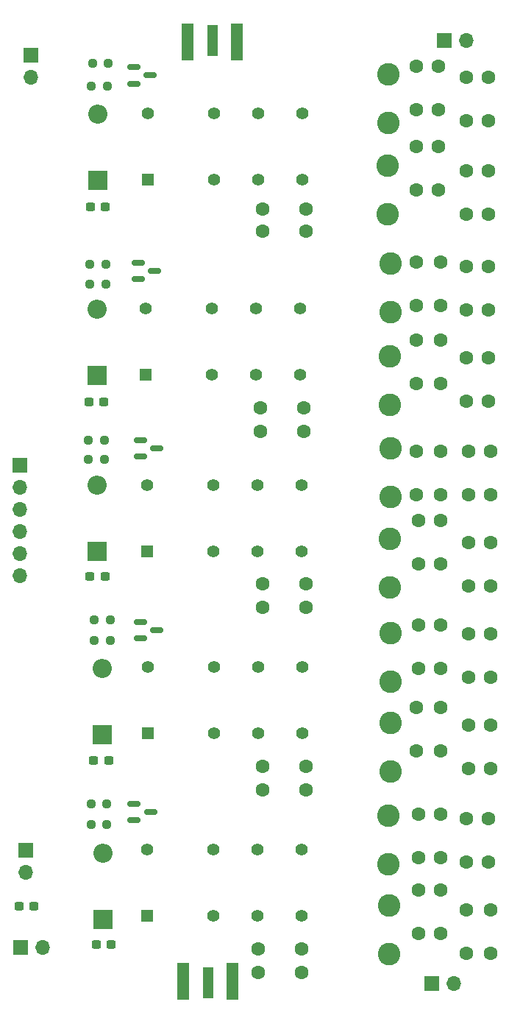
<source format=gts>
G04 #@! TF.GenerationSoftware,KiCad,Pcbnew,7.0.10*
G04 #@! TF.CreationDate,2024-03-26T16:12:50-07:00*
G04 #@! TF.ProjectId,optLowPass,6f70744c-6f77-4506-9173-732e6b696361,rev?*
G04 #@! TF.SameCoordinates,Original*
G04 #@! TF.FileFunction,Soldermask,Top*
G04 #@! TF.FilePolarity,Negative*
%FSLAX46Y46*%
G04 Gerber Fmt 4.6, Leading zero omitted, Abs format (unit mm)*
G04 Created by KiCad (PCBNEW 7.0.10) date 2024-03-26 16:12:50*
%MOMM*%
%LPD*%
G01*
G04 APERTURE LIST*
G04 Aperture macros list*
%AMRoundRect*
0 Rectangle with rounded corners*
0 $1 Rounding radius*
0 $2 $3 $4 $5 $6 $7 $8 $9 X,Y pos of 4 corners*
0 Add a 4 corners polygon primitive as box body*
4,1,4,$2,$3,$4,$5,$6,$7,$8,$9,$2,$3,0*
0 Add four circle primitives for the rounded corners*
1,1,$1+$1,$2,$3*
1,1,$1+$1,$4,$5*
1,1,$1+$1,$6,$7*
1,1,$1+$1,$8,$9*
0 Add four rect primitives between the rounded corners*
20,1,$1+$1,$2,$3,$4,$5,0*
20,1,$1+$1,$4,$5,$6,$7,0*
20,1,$1+$1,$6,$7,$8,$9,0*
20,1,$1+$1,$8,$9,$2,$3,0*%
G04 Aperture macros list end*
%ADD10C,1.600000*%
%ADD11R,2.200000X2.200000*%
%ADD12O,2.200000X2.200000*%
%ADD13RoundRect,0.150000X-0.587500X-0.150000X0.587500X-0.150000X0.587500X0.150000X-0.587500X0.150000X0*%
%ADD14RoundRect,0.237500X0.250000X0.237500X-0.250000X0.237500X-0.250000X-0.237500X0.250000X-0.237500X0*%
%ADD15R,1.700000X1.700000*%
%ADD16O,1.700000X1.700000*%
%ADD17R,1.400000X1.400000*%
%ADD18C,1.400000*%
%ADD19C,2.600000*%
%ADD20RoundRect,0.237500X0.300000X0.237500X-0.300000X0.237500X-0.300000X-0.237500X0.300000X-0.237500X0*%
%ADD21R,1.270000X3.600000*%
%ADD22R,1.350000X4.200000*%
G04 APERTURE END LIST*
D10*
X127350000Y-131250000D03*
X127350000Y-136250000D03*
X135350000Y-131750000D03*
X135350000Y-136750000D03*
X127350000Y-140000000D03*
X127350000Y-145000000D03*
X135600000Y-142250000D03*
X135600000Y-147250000D03*
X113850000Y-149500000D03*
X108850000Y-149500000D03*
X127350000Y-109500000D03*
X127350000Y-114500000D03*
X135600000Y-110500000D03*
X135600000Y-115500000D03*
X127100000Y-119000000D03*
X127100000Y-124000000D03*
X135600000Y-121000000D03*
X135600000Y-126000000D03*
X114350000Y-128500000D03*
X109350000Y-128500000D03*
X127100000Y-89500000D03*
X127100000Y-94500000D03*
X135600000Y-89500000D03*
X135600000Y-94500000D03*
X127350000Y-97500000D03*
X127350000Y-102500000D03*
X135600000Y-100000000D03*
X135600000Y-105000000D03*
X114350000Y-107500000D03*
X109350000Y-107500000D03*
X127100000Y-67750000D03*
X127100000Y-72750000D03*
X135350000Y-68250000D03*
X135350000Y-73250000D03*
X127100000Y-76750000D03*
X127100000Y-81750000D03*
X135350000Y-78750000D03*
X135350000Y-83750000D03*
X114100000Y-87250000D03*
X109100000Y-87250000D03*
X127100000Y-45250000D03*
X127100000Y-50250000D03*
X135350000Y-46500000D03*
X135350000Y-51500000D03*
X127100000Y-54500000D03*
X127100000Y-59500000D03*
X135350000Y-57250000D03*
X135350000Y-62250000D03*
X132795000Y-142250000D03*
X132795000Y-147250000D03*
X133045000Y-121000000D03*
X133045000Y-126000000D03*
X129905000Y-131250000D03*
X129905000Y-136250000D03*
X129905000Y-109500000D03*
X129905000Y-114500000D03*
X132795000Y-131750000D03*
X132795000Y-136750000D03*
X133045000Y-110500000D03*
X133045000Y-115500000D03*
X129905000Y-140000000D03*
X129905000Y-145000000D03*
X129850000Y-119000000D03*
X129850000Y-124000000D03*
X113900000Y-146800000D03*
X108900000Y-146800000D03*
X114350000Y-125750000D03*
X109350000Y-125750000D03*
X133045000Y-100000000D03*
X133045000Y-105000000D03*
X132795000Y-78750000D03*
X132795000Y-83750000D03*
X132795000Y-57250000D03*
X132795000Y-62250000D03*
X129905000Y-89500000D03*
X129905000Y-94500000D03*
X129905000Y-67750000D03*
X129905000Y-72750000D03*
X129600000Y-45250000D03*
X129600000Y-50250000D03*
X133045000Y-89500000D03*
X133045000Y-94500000D03*
X132795000Y-68250000D03*
X132795000Y-73250000D03*
X132795000Y-46500000D03*
X132795000Y-51500000D03*
X129850000Y-97500000D03*
X129850000Y-102500000D03*
X129850000Y-76750000D03*
X129850000Y-81750000D03*
X129655000Y-54500000D03*
X129655000Y-59500000D03*
X114350000Y-104750000D03*
X109350000Y-104750000D03*
X114100000Y-84500000D03*
X109100000Y-84500000D03*
X114350000Y-64250000D03*
X109350000Y-64250000D03*
X114350000Y-61700000D03*
X109350000Y-61700000D03*
D11*
X91037500Y-143410000D03*
D12*
X91037500Y-135790000D03*
D13*
X94525000Y-45350000D03*
X94525000Y-47250000D03*
X96400000Y-46300000D03*
D14*
X91325000Y-68000000D03*
X89500000Y-68000000D03*
X91612500Y-44900000D03*
X89787500Y-44900000D03*
D13*
X95325000Y-88250000D03*
X95325000Y-90150000D03*
X97200000Y-89200000D03*
D14*
X91312500Y-70300000D03*
X89487500Y-70300000D03*
D15*
X82700000Y-44025000D03*
D16*
X82700000Y-46565000D03*
D17*
X95942500Y-80762500D03*
D18*
X103562500Y-80762500D03*
X108642500Y-80762500D03*
X113722500Y-80762500D03*
X113722500Y-73142500D03*
X108642500Y-73142500D03*
X103562500Y-73142500D03*
X95942500Y-73142500D03*
D19*
X124062500Y-99600000D03*
X124062500Y-105200000D03*
D11*
X90400000Y-58410000D03*
D12*
X90400000Y-50790000D03*
D15*
X82100000Y-135400000D03*
D16*
X82100000Y-137940000D03*
D20*
X83062500Y-141900000D03*
X81337500Y-141900000D03*
D17*
X96142500Y-121962500D03*
D18*
X103762500Y-121962500D03*
X108842500Y-121962500D03*
X113922500Y-121962500D03*
X113922500Y-114342500D03*
X108842500Y-114342500D03*
X103762500Y-114342500D03*
X96142500Y-114342500D03*
D19*
X123850000Y-131450000D03*
X123850000Y-137050000D03*
D13*
X95325000Y-109150000D03*
X95325000Y-111050000D03*
X97200000Y-110100000D03*
D14*
X91175000Y-88300000D03*
X89350000Y-88300000D03*
D17*
X96062500Y-101020000D03*
D18*
X103682500Y-101020000D03*
X108762500Y-101020000D03*
X113842500Y-101020000D03*
X113842500Y-93400000D03*
X108762500Y-93400000D03*
X103682500Y-93400000D03*
X96062500Y-93400000D03*
D20*
X91937500Y-146300000D03*
X90212500Y-146300000D03*
D17*
X96142500Y-58262500D03*
D18*
X103762500Y-58262500D03*
X108842500Y-58262500D03*
X113922500Y-58262500D03*
X113922500Y-50642500D03*
X108842500Y-50642500D03*
X103762500Y-50642500D03*
X96142500Y-50642500D03*
D13*
X94600000Y-130050000D03*
X94600000Y-131950000D03*
X96475000Y-131000000D03*
D14*
X91175000Y-90500000D03*
X89350000Y-90500000D03*
D17*
X96080000Y-142962500D03*
D18*
X103700000Y-142962500D03*
X108780000Y-142962500D03*
X113860000Y-142962500D03*
X113860000Y-135342500D03*
X108780000Y-135342500D03*
X103700000Y-135342500D03*
X96080000Y-135342500D03*
D19*
X123850000Y-46200000D03*
X123850000Y-51800000D03*
D21*
X103100000Y-150700000D03*
D22*
X105925000Y-150500000D03*
X100275000Y-150500000D03*
D20*
X91262500Y-61400000D03*
X89537500Y-61400000D03*
D19*
X123937500Y-147400000D03*
X123937500Y-141800000D03*
D14*
X91812500Y-111300000D03*
X89987500Y-111300000D03*
D11*
X90900000Y-122110000D03*
D12*
X90900000Y-114490000D03*
D19*
X124000000Y-78600000D03*
X124000000Y-84200000D03*
D15*
X128825000Y-150750000D03*
D16*
X131365000Y-150750000D03*
D14*
X91512500Y-47500000D03*
X89687500Y-47500000D03*
D19*
X123800000Y-56700000D03*
X123800000Y-62300000D03*
X124100000Y-89200000D03*
X124100000Y-94800000D03*
D14*
X91450000Y-130100000D03*
X89625000Y-130100000D03*
X91812500Y-108900000D03*
X89987500Y-108900000D03*
D20*
X91225000Y-103900000D03*
X89500000Y-103900000D03*
D19*
X124100000Y-67950000D03*
X124100000Y-73550000D03*
D21*
X103600000Y-42300000D03*
D22*
X100775000Y-42500000D03*
X106425000Y-42500000D03*
D19*
X124100000Y-110450000D03*
X124100000Y-116050000D03*
D11*
X90362500Y-101010000D03*
D12*
X90362500Y-93390000D03*
D20*
X91662500Y-125100000D03*
X89937500Y-125100000D03*
D15*
X81400000Y-91180000D03*
D16*
X81400000Y-93720000D03*
X81400000Y-96260000D03*
X81400000Y-98800000D03*
X81400000Y-101340000D03*
X81400000Y-103880000D03*
D15*
X130325000Y-42250000D03*
D16*
X132865000Y-42250000D03*
D13*
X95062500Y-67850000D03*
X95062500Y-69750000D03*
X96937500Y-68800000D03*
D15*
X81525000Y-146600000D03*
D16*
X84065000Y-146600000D03*
D14*
X91462500Y-132500000D03*
X89637500Y-132500000D03*
D19*
X124100000Y-120800000D03*
X124100000Y-126400000D03*
D20*
X91125000Y-83900000D03*
X89400000Y-83900000D03*
D11*
X90300000Y-80810000D03*
D12*
X90300000Y-73190000D03*
M02*

</source>
